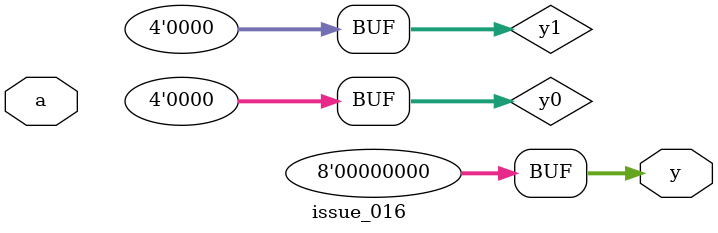
<source format=v>
module issue_016(a, y);
  input [1:0] a;
  output [7:0] y;

  wire [3:0] y0;
  wire [3:0] y1;
  assign y = {y0,y1};

  // this should return zero (see table 5-5 of IEEE Std 1364-2005)
  // but it returns different values in quartus 13.1
  assign y0  = -4'd1 ** -4'sd2;
  assign y1  = -4'd1 ** -4'sd3;
endmodule

</source>
